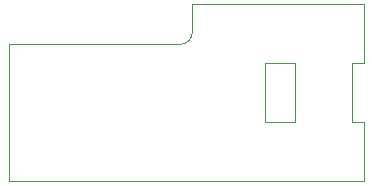
<source format=gbr>
%TF.GenerationSoftware,KiCad,Pcbnew,8.0.4*%
%TF.CreationDate,2024-08-29T22:06:49+05:30*%
%TF.ProjectId,resistor_board,72657369-7374-46f7-925f-626f6172642e,rev?*%
%TF.SameCoordinates,Original*%
%TF.FileFunction,Profile,NP*%
%FSLAX46Y46*%
G04 Gerber Fmt 4.6, Leading zero omitted, Abs format (unit mm)*
G04 Created by KiCad (PCBNEW 8.0.4) date 2024-08-29 22:06:49*
%MOMM*%
%LPD*%
G01*
G04 APERTURE LIST*
%TA.AperFunction,Profile*%
%ADD10C,0.050000*%
%TD*%
G04 APERTURE END LIST*
D10*
X157701100Y-102503610D02*
X155201100Y-102503600D01*
X163501100Y-97503600D02*
X163501100Y-102503600D01*
X155201100Y-107503600D02*
X157701100Y-107503610D01*
X157701100Y-107503610D02*
X157701100Y-102503610D01*
X163501100Y-107503600D02*
X163501100Y-112503600D01*
X133501100Y-112503600D02*
X133501100Y-100903600D01*
X163501100Y-112503600D02*
X133501100Y-112503600D01*
X149001100Y-99903600D02*
X149001100Y-97503600D01*
X155201100Y-102503600D02*
X155201100Y-107503600D01*
X162501100Y-102503600D02*
X162501100Y-107503600D01*
X133501100Y-100903600D02*
X148001100Y-100903600D01*
X162501100Y-107503600D02*
X163501100Y-107503600D01*
X163501100Y-102503600D02*
X162501100Y-102503600D01*
X149001100Y-99903600D02*
G75*
G02*
X148001100Y-100903600I-1000000J0D01*
G01*
X149001100Y-97503600D02*
X163501100Y-97503600D01*
M02*

</source>
